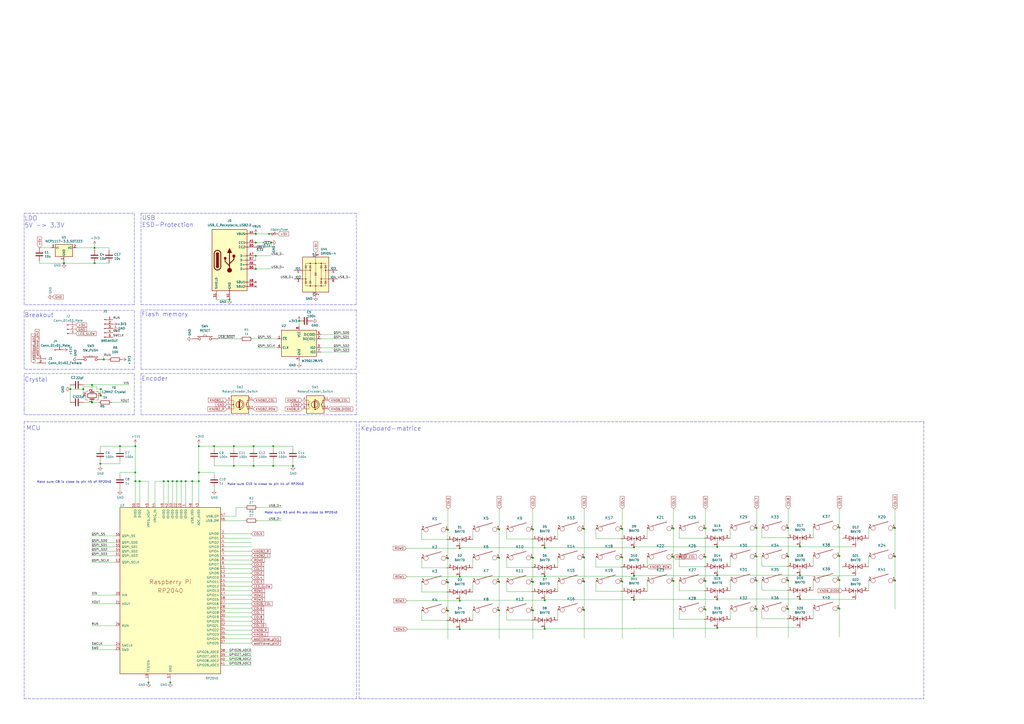
<source format=kicad_sch>
(kicad_sch (version 20211123) (generator eeschema)
  (paper "A2")
  (title_block (title "Rp2040 __template__") (date "2020-12-18") (rev "REV 0.1") (company "scattered_lenity"))
  (junction (at 105.156 279.146))
  (junction (at 486.918 336.55))
  (junction (at 100.076 279.146))
  (junction (at 102.616 279.146))
  (junction (at 148.3868 135.6868))
  (junction (at 78.486 279.146))
  (junction (at 289.56 323.596))
  (junction (at 53.3908 233.426))
  (junction (at 464.058 333.756))
  (junction (at 338.836 353.822))
  (junction (at 158.496 270.256))
  (junction (at 148.3868 148.3868))
  (junction (at 438.912 353.314))
  (junction (at 58.166 268.986))
  (junction (at 133.1468 173.7868))
  (junction (at 40.7924 225.7044))
  (junction (at 124.206 258.826))
  (junction (at 53.3908 223.266))
  (junction (at 115.316 258.826))
  (junction (at 457.2 322.834))
  (junction (at 157.48 140.716))
  (junction (at 107.696 279.146))
  (junction (at 148.3868 140.7668))
  (junction (at 259.842 354.33))
  (junction (at 266.7 318.008))
  (junction (at 315.976 364.744))
  (junction (at 147.066 270.256))
  (junction (at 486.918 322.58))
  (junction (at 464.058 316.992))
  (junction (at 315.976 317.754))
  (junction (at 519.176 336.804))
  (junction (at 519.176 322.834))
  (junction (at 148.3868 156.0068))
  (junction (at 58.4708 229.5144))
  (junction (at 367.792 334.01))
  (junction (at 48.3108 225.7044))
  (junction (at 409.194 306.578))
  (junction (at 438.912 322.834))
  (junction (at 111.506 279.146))
  (junction (at 390.652 323.088))
  (junction (at 115.316 279.146))
  (junction (at 367.792 347.98))
  (junction (at 360.934 306.832))
  (junction (at 315.976 334.264))
  (junction (at 289.56 337.566))
  (junction (at 315.976 348.234))
  (junction (at 486.918 353.06))
  (junction (at 135.636 270.256))
  (junction (at 519.176 306.324))
  (junction (at 259.842 323.85))
  (junction (at 367.792 317.5))
  (junction (at 169.926 270.256))
  (junction (at 60.198 208.534))
  (junction (at 266.7 334.518))
  (junction (at 309.118 323.596))
  (junction (at 338.836 337.312))
  (junction (at 416.052 333.756))
  (junction (at 457.2 353.314))
  (junction (at 86.106 395.9606))
  (junction (at 416.052 317.246))
  (junction (at 37.084 152.654))
  (junction (at 409.194 337.058))
  (junction (at 409.194 323.088))
  (junction (at 309.118 337.566))
  (junction (at 338.836 306.832))
  (junction (at 390.652 306.578))
  (junction (at 135.636 258.826))
  (junction (at 338.836 323.342))
  (junction (at 78.486 274.066))
  (junction (at 259.842 307.34))
  (junction (at 438.912 336.804))
  (junction (at 147.066 258.826))
  (junction (at 98.806 395.9606))
  (junction (at 173.482 186.182))
  (junction (at 97.536 279.146))
  (junction (at 54.864 152.654))
  (junction (at 457.2 336.804))
  (junction (at 289.56 354.076))
  (junction (at 309.118 307.086))
  (junction (at 78.486 258.826))
  (junction (at 416.052 364.236))
  (junction (at 58.4962 225.7044))
  (junction (at 360.934 337.312))
  (junction (at 309.118 354.076))
  (junction (at 156.083 135.6614))
  (junction (at 259.842 337.82))
  (junction (at 438.912 306.324))
  (junction (at 289.56 307.086))
  (junction (at 457.2 306.324))
  (junction (at 69.596 258.826))
  (junction (at 81.026 279.146))
  (junction (at 37.084 152.7556))
  (junction (at 360.934 323.342))
  (junction (at 115.316 274.066))
  (junction (at 486.918 306.07))
  (junction (at 464.058 347.472))
  (junction (at 54.864 143.764))
  (junction (at 390.652 337.058))
  (junction (at 266.7 364.998))
  (junction (at 416.052 347.726))
  (junction (at 158.496 258.826))
  (junction (at 409.194 353.568))
  (junction (at 94.996 279.146))
  (junction (at 53.3908 233.3244))
  (junction (at 266.7 348.488))
  (no_connect (at 148.3868 166.1668))
  (no_connect (at 148.3868 163.6268))
  (wire (pts (xy 236.015 348.488) (xy 266.7 348.488)))
  (wire (pts (xy 409.194 353.568) (xy 409.194 370.078)))
  (wire (pts (xy 309.118 323.596) (xy 309.118 337.566)))
  (wire (pts (xy 58.166 260.096) (xy 58.166 258.826)))
  (wire (pts (xy 441.96 322.834) (xy 441.96 328.422)))
  (wire (pts (xy 130.556 332.486) (xy 145.796 332.486)))
  (wire (pts (xy 244.602 312.928) (xy 259.08 312.928)))
  (wire (pts (xy 416.052 316.992) (xy 416.052 317.246)))
  (wire (pts (xy 130.556 380.746) (xy 145.796 380.746)))
  (wire (pts (xy 156.083 135.6868) (xy 156.083 135.6614)))
  (wire (pts (xy 259.842 307.34) (xy 259.842 323.85)))
  (wire (pts (xy 266.7 364.998) (xy 315.976 364.998)))
  (wire (pts (xy 130.556 340.106) (xy 145.796 340.106)))
  (wire (pts (xy 130.556 373.126) (xy 145.796 373.126)))
  (wire (pts (xy 244.602 343.408) (xy 259.08 343.408)))
  (wire (pts (xy 367.792 334.264) (xy 367.792 334.01)))
  (wire (pts (xy 519.176 295.402) (xy 519.176 306.324)))
  (polyline (pts (xy 206.756 123.698) (xy 81.788 123.698)))
  (wire (pts (xy 345.694 323.342) (xy 345.694 328.93)))
  (wire (pts (xy 44.704 143.764) (xy 54.864 143.764)))
  (wire (pts (xy 186.182 201.676) (xy 202.692 201.676)))
  (wire (pts (xy 86.106 393.446) (xy 86.106 395.9606)))
  (wire (pts (xy 148.336 156.0068) (xy 148.3868 156.0068)))
  (wire (pts (xy 464.058 347.726) (xy 464.058 347.472)))
  (wire (pts (xy 89.916 279.146) (xy 94.996 279.146)))
  (wire (pts (xy 244.602 354.33) (xy 244.602 359.918)))
  (wire (pts (xy 360.934 295.148) (xy 360.934 306.832)))
  (polyline (pts (xy 13.97 214.122) (xy 13.97 180.086)))
  (wire (pts (xy 503.936 336.804) (xy 503.936 342.646)))
  (wire (pts (xy 148.3868 135.6868) (xy 156.083 135.6868)))
  (polyline (pts (xy 206.756 240.538) (xy 206.756 216.662)))
  (polyline (pts (xy 81.788 123.698) (xy 81.788 176.784)))
  (wire (pts (xy 105.156 279.146) (xy 107.696 279.146)))
  (wire (pts (xy 464.058 347.472) (xy 416.052 347.472)))
  (wire (pts (xy 69.596 258.826) (xy 78.486 258.826)))
  (wire (pts (xy 496.316 317.246) (xy 464.058 317.246)))
  (wire (pts (xy 37.084 152.654) (xy 37.084 152.7556)))
  (wire (pts (xy 496.316 334.01) (xy 464.058 334.01)))
  (wire (pts (xy 244.602 323.85) (xy 244.602 329.438)))
  (wire (pts (xy 56.2102 224.282) (xy 48.3108 224.282)))
  (wire (pts (xy 235.966 334.518) (xy 266.7 334.518)))
  (wire (pts (xy 147.066 267.716) (xy 147.066 270.256)))
  (wire (pts (xy 471.678 322.58) (xy 471.678 328.422)))
  (wire (pts (xy 309.118 337.566) (xy 309.118 354.076)))
  (wire (pts (xy 293.878 329.184) (xy 308.356 329.184)))
  (wire (pts (xy 67.056 374.396) (xy 53.086 374.396)))
  (wire (pts (xy 58.166 258.826) (xy 69.596 258.826)))
  (wire (pts (xy 130.556 360.426) (xy 145.796 360.426)))
  (wire (pts (xy 148.3614 148.3868) (xy 148.3868 148.3868)))
  (wire (pts (xy 54.864 152.654) (xy 63.246 152.654)))
  (wire (pts (xy 157.5054 140.716) (xy 157.48 140.716)))
  (wire (pts (xy 345.694 312.42) (xy 360.172 312.42)))
  (wire (pts (xy 423.672 353.314) (xy 423.672 359.156)))
  (wire (pts (xy 289.56 354.076) (xy 289.56 370.586)))
  (wire (pts (xy 503.936 306.324) (xy 503.936 312.166)))
  (wire (pts (xy 124.206 260.096) (xy 124.206 258.826)))
  (wire (pts (xy 519.176 306.324) (xy 519.176 322.834)))
  (wire (pts (xy 289.56 323.596) (xy 289.56 337.566)))
  (wire (pts (xy 98.806 395.9606) (xy 98.806 395.986)))
  (wire (pts (xy 393.954 306.578) (xy 393.954 312.166)))
  (wire (pts (xy 130.556 368.046) (xy 145.796 368.046)))
  (wire (pts (xy 169.926 267.716) (xy 169.926 270.256)))
  (wire (pts (xy 78.486 258.826) (xy 78.486 274.066)))
  (wire (pts (xy 416.052 347.472) (xy 416.052 347.726)))
  (wire (pts (xy 393.954 342.646) (xy 408.432 342.646)))
  (wire (pts (xy 496.316 334.01) (xy 496.316 333.756)))
  (wire (pts (xy 503.936 322.834) (xy 503.936 328.676)))
  (wire (pts (xy 40.7924 223.266) (xy 40.7924 225.7044)))
  (wire (pts (xy 115.316 258.826) (xy 124.206 258.826)))
  (wire (pts (xy 69.596 268.986) (xy 69.596 267.716)))
  (wire (pts (xy 309.118 295.148) (xy 308.864 295.148)))
  (wire (pts (xy 19.304 210.566) (xy 21.59 210.566)))
  (wire (pts (xy 130.556 347.726) (xy 145.796 347.726)))
  (polyline (pts (xy 81.788 176.784) (xy 206.756 176.784)))
  (wire (pts (xy 148.3868 140.716) (xy 148.3868 140.7668)))
  (polyline (pts (xy 77.978 240.538) (xy 13.97 240.538)))
  (wire (pts (xy 130.556 342.646) (xy 145.796 342.646)))
  (wire (pts (xy 338.836 337.312) (xy 338.836 353.822)))
  (wire (pts (xy 58.4708 229.5144) (xy 58.4962 229.5144)))
  (wire (pts (xy 259.842 354.33) (xy 259.842 370.84)))
  (wire (pts (xy 390.652 323.088) (xy 390.652 337.058)))
  (wire (pts (xy 464.058 317.246) (xy 464.058 316.992)))
  (wire (pts (xy 139.192 196.596) (xy 126.492 196.596)))
  (wire (pts (xy 244.602 307.34) (xy 244.602 312.928)))
  (wire (pts (xy 130.556 350.266) (xy 145.796 350.266)))
  (wire (pts (xy 22.86 151.384) (xy 22.86 152.654)))
  (wire (pts (xy 441.96 353.314) (xy 441.96 358.902)))
  (wire (pts (xy 360.934 337.312) (xy 360.934 370.332)))
  (wire (pts (xy 148.3868 153.4668) (xy 148.3868 156.0068)))
  (wire (pts (xy 130.556 365.506) (xy 145.796 365.506)))
  (wire (pts (xy 315.976 334.518) (xy 315.976 334.264)))
  (wire (pts (xy 53.086 345.186) (xy 67.056 345.186)))
  (wire (pts (xy 416.052 333.756) (xy 464.058 333.756)))
  (polyline (pts (xy 81.788 179.832) (xy 206.756 179.832)))
  (wire (pts (xy 323.596 337.312) (xy 323.596 343.154)))
  (wire (pts (xy 438.912 322.834) (xy 438.912 336.804)))
  (wire (pts (xy 78.486 279.146) (xy 78.486 291.846)))
  (wire (pts (xy 315.976 347.98) (xy 315.976 348.234)))
  (polyline (pts (xy 13.97 244.602) (xy 13.97 405.384)))
  (wire (pts (xy 266.7 318.008) (xy 235.712 318.008)))
  (wire (pts (xy 266.7 317.754) (xy 266.7 318.008)))
  (wire (pts (xy 130.556 385.826) (xy 145.796 385.826)))
  (wire (pts (xy 124.206 282.956) (xy 124.206 284.226)))
  (wire (pts (xy 259.842 295.148) (xy 260.096 295.148)))
  (wire (pts (xy 58.4962 225.7044) (xy 56.2102 225.7044)))
  (wire (pts (xy 409.194 337.058) (xy 409.194 353.568)))
  (wire (pts (xy 315.976 364.744) (xy 367.792 364.744)))
  (polyline (pts (xy 77.978 214.122) (xy 13.97 214.122)))
  (wire (pts (xy 130.556 314.706) (xy 145.796 314.706)))
  (wire (pts (xy 130.556 335.026) (xy 145.796 335.026)))
  (wire (pts (xy 293.878 307.086) (xy 293.878 312.674)))
  (wire (pts (xy 457.2 306.324) (xy 457.2 322.834)))
  (wire (pts (xy 441.96 311.912) (xy 456.438 311.912)))
  (wire (pts (xy 338.836 295.148) (xy 338.836 306.832)))
  (wire (pts (xy 186.182 196.596) (xy 202.692 196.596)))
  (wire (pts (xy 393.954 328.676) (xy 408.432 328.676)))
  (polyline (pts (xy 77.978 180.086) (xy 77.978 214.122)))
  (wire (pts (xy 135.636 267.716) (xy 135.636 270.256)))
  (wire (pts (xy 471.678 336.55) (xy 471.678 342.392)))
  (wire (pts (xy 67.056 362.966) (xy 53.086 362.966)))
  (polyline (pts (xy 535.94 244.602) (xy 535.94 405.384)))
  (wire (pts (xy 393.954 353.568) (xy 393.954 359.156)))
  (polyline (pts (xy 206.756 179.832) (xy 206.756 214.122)))
  (wire (pts (xy 130.556 378.206) (xy 145.796 378.206)))
  (wire (pts (xy 136.906 294.386) (xy 141.986 294.386)))
  (wire (pts (xy 56.2102 225.7044) (xy 56.2102 224.282)))
  (wire (pts (xy 48.3108 229.5144) (xy 48.3108 225.7044)))
  (polyline (pts (xy 81.788 240.538) (xy 206.756 240.538)))
  (wire (pts (xy 53.086 317.246) (xy 67.056 317.246)))
  (wire (pts (xy 323.596 353.822) (xy 323.596 359.664)))
  (wire (pts (xy 135.636 270.256) (xy 124.206 270.256)))
  (wire (pts (xy 53.3908 223.266) (xy 74.93 223.266)))
  (wire (pts (xy 53.3908 233.426) (xy 53.3908 233.3244)))
  (wire (pts (xy 135.636 260.096) (xy 135.636 258.826)))
  (wire (pts (xy 86.106 395.9606) (xy 86.106 395.986)))
  (wire (pts (xy 149.606 302.006) (xy 163.576 302.006)))
  (polyline (pts (xy 81.788 216.662) (xy 81.788 240.538)))
  (wire (pts (xy 153.4668 143.3068) (xy 157.5054 143.3068)))
  (wire (pts (xy 124.206 258.826) (xy 135.636 258.826)))
  (wire (pts (xy 94.996 279.146) (xy 97.536 279.146)))
  (wire (pts (xy 244.602 329.438) (xy 259.08 329.438)))
  (wire (pts (xy 338.836 306.832) (xy 338.836 323.342)))
  (wire (pts (xy 86.106 279.146) (xy 81.026 279.146)))
  (wire (pts (xy 115.316 279.146) (xy 115.316 291.846)))
  (wire (pts (xy 486.918 336.55) (xy 486.918 353.06)))
  (wire (pts (xy 78.486 274.066) (xy 78.486 279.146)))
  (wire (pts (xy 48.4124 233.426) (xy 53.3908 233.426)))
  (wire (pts (xy 375.412 306.578) (xy 375.412 312.42)))
  (wire (pts (xy 58.5216 225.7044) (xy 58.4962 225.7044)))
  (wire (pts (xy 94.996 291.846) (xy 94.996 279.146)))
  (wire (pts (xy 69.596 274.066) (xy 78.486 274.066)))
  (wire (pts (xy 416.052 317.246) (xy 367.792 317.246)))
  (wire (pts (xy 416.052 363.982) (xy 416.052 364.236)))
  (wire (pts (xy 37.084 151.384) (xy 37.084 152.654)))
  (wire (pts (xy 115.316 258.826) (xy 115.316 274.066)))
  (wire (pts (xy 125.5268 173.7868) (xy 133.1468 173.7868)))
  (wire (pts (xy 60.198 208.534) (xy 62.992 208.534)))
  (wire (pts (xy 64.77 233.426) (xy 74.93 233.426)))
  (polyline (pts (xy 13.97 237.236) (xy 13.97 216.662)))
  (wire (pts (xy 53.086 314.706) (xy 67.056 314.706)))
  (wire (pts (xy 148.3868 148.3868) (xy 157.2514 148.3868)))
  (wire (pts (xy 58.166 268.986) (xy 58.166 270.256)))
  (wire (pts (xy 124.206 275.336) (xy 124.206 274.066)))
  (wire (pts (xy 457.2 322.834) (xy 457.2 336.804)))
  (wire (pts (xy 158.496 260.096) (xy 158.496 258.826)))
  (polyline (pts (xy 77.978 123.698) (xy 77.978 176.784)))
  (wire (pts (xy 274.32 323.596) (xy 274.32 329.438)))
  (wire (pts (xy 149.352 201.676) (xy 160.782 201.676)))
  (wire (pts (xy 338.836 323.342) (xy 338.836 337.312)))
  (wire (pts (xy 457.2 336.804) (xy 457.2 353.314)))
  (wire (pts (xy 519.176 322.834) (xy 519.176 336.804)))
  (wire (pts (xy 367.792 334.01) (xy 416.052 334.01)))
  (wire (pts (xy 60.198 207.01) (xy 60.198 208.534)))
  (wire (pts (xy 441.96 336.804) (xy 441.96 342.392)))
  (wire (pts (xy 111.506 279.146) (xy 115.316 279.146)))
  (wire (pts (xy 266.7 334.518) (xy 315.976 334.518)))
  (wire (pts (xy 130.556 319.786) (xy 145.796 319.786)))
  (wire (pts (xy 423.672 306.324) (xy 423.672 312.166)))
  (wire (pts (xy 259.842 323.85) (xy 259.842 337.82)))
  (wire (pts (xy 100.076 279.146) (xy 102.616 279.146)))
  (wire (pts (xy 416.052 334.01) (xy 416.052 333.756)))
  (wire (pts (xy 345.694 337.312) (xy 345.694 342.9)))
  (wire (pts (xy 416.052 347.726) (xy 367.792 347.726)))
  (wire (pts (xy 438.912 353.314) (xy 438.912 369.824)))
  (wire (pts (xy 102.616 291.846) (xy 102.616 279.146)))
  (wire (pts (xy 37.084 152.654) (xy 54.864 152.654)))
  (wire (pts (xy 486.918 306.07) (xy 486.918 322.58)))
  (wire (pts (xy 130.556 362.966) (xy 145.796 362.966)))
  (wire (pts (xy 148.3868 148.3868) (xy 148.3868 150.9268)))
  (wire (pts (xy 169.926 260.096) (xy 169.926 258.826)))
  (wire (pts (xy 457.2 353.314) (xy 457.2 369.824)))
  (wire (pts (xy 86.106 291.846) (xy 86.106 279.146)))
  (wire (pts (xy 40.7924 225.7044) (xy 48.3108 225.7044)))
  (wire (pts (xy 375.412 337.058) (xy 375.412 342.9)))
  (wire (pts (xy 464.058 333.756) (xy 464.058 333.502)))
  (wire (pts (xy 107.696 279.146) (xy 111.506 279.146)))
  (wire (pts (xy 360.934 323.342) (xy 360.934 337.312)))
  (wire (pts (xy 111.506 291.846) (xy 111.506 279.146)))
  (wire (pts (xy 259.842 307.34) (xy 259.842 295.148)))
  (wire (pts (xy 149.606 294.386) (xy 163.576 294.386)))
  (wire (pts (xy 136.906 294.386) (xy 136.906 299.466)))
  (wire (pts (xy 409.194 323.088) (xy 409.194 337.058)))
  (wire (pts (xy 393.954 359.156) (xy 408.432 359.156)))
  (wire (pts (xy 100.076 291.846) (xy 100.076 279.146)))
  (wire (pts (xy 89.916 291.846) (xy 89.916 279.146)))
  (wire (pts (xy 22.86 143.764) (xy 29.464 143.764)))
  (wire (pts (xy 58.4962 225.7044) (xy 58.4962 229.5144)))
  (wire (pts (xy 81.026 279.146) (xy 78.486 279.146)))
  (wire (pts (xy 69.596 260.096) (xy 69.596 258.826)))
  (wire (pts (xy 57.15 233.426) (xy 53.3908 233.426)))
  (wire (pts (xy 158.496 267.716) (xy 158.496 270.256)))
  (wire (pts (xy 146.812 196.596) (xy 160.782 196.596)))
  (wire (pts (xy 323.596 306.832) (xy 323.596 312.674)))
  (wire (pts (xy 130.556 309.626) (xy 145.796 309.626)))
  (wire (pts (xy 367.792 317.754) (xy 315.976 317.754)))
  (wire (pts (xy 244.602 359.918) (xy 259.08 359.918)))
  (wire (pts (xy 486.918 353.06) (xy 486.918 369.57)))
  (wire (pts (xy 441.96 342.392) (xy 456.438 342.392)))
  (wire (pts (xy 471.678 306.07) (xy 471.678 311.912)))
  (polyline (pts (xy 13.97 176.784) (xy 13.97 123.698)))
  (wire (pts (xy 315.976 364.998) (xy 315.976 364.744)))
  (wire (pts (xy 309.118 354.076) (xy 309.118 370.586)))
  (wire (pts (xy 274.32 354.076) (xy 274.32 359.918)))
  (wire (pts (xy 115.316 257.556) (xy 115.316 258.826)))
  (wire (pts (xy 309.118 307.086) (xy 309.118 323.596)))
  (polyline (pts (xy 206.756 405.384) (xy 206.756 244.602)))
  (wire (pts (xy 486.918 295.148) (xy 486.918 306.07)))
  (wire (pts (xy 169.926 270.256) (xy 158.496 270.256)))
  (polyline (pts (xy 13.97 123.698) (xy 77.978 123.698)))
  (wire (pts (xy 152.4 140.716) (xy 148.3868 140.716)))
  (wire (pts (xy 393.954 312.166) (xy 408.432 312.166)))
  (wire (pts (xy 390.652 306.578) (xy 390.652 323.088)))
  (wire (pts (xy 309.118 307.086) (xy 309.118 295.148)))
  (wire (pts (xy 54.864 143.764) (xy 54.864 142.494)))
  (polyline (pts (xy 13.97 180.086) (xy 77.978 180.086)))
  (wire (pts (xy 293.878 343.154) (xy 308.356 343.154)))
  (wire (pts (xy 147.066 258.826) (xy 158.496 258.826)))
  (wire (pts (xy 464.058 316.992) (xy 416.052 316.992)))
  (polyline (pts (xy 206.756 244.602) (xy 13.97 244.602)))
  (polyline (pts (xy 208.28 244.602) (xy 535.94 244.602)))
  (wire (pts (xy 315.976 317.754) (xy 266.7 317.754)))
  (wire (pts (xy 289.56 307.086) (xy 289.56 323.596)))
  (wire (pts (xy 53.086 319.786) (xy 67.056 319.786)))
  (wire (pts (xy 54.864 145.034) (xy 54.864 143.764)))
  (wire (pts (xy 40.7924 225.7044) (xy 40.7924 233.426)))
  (wire (pts (xy 293.878 354.076) (xy 293.878 359.664)))
  (wire (pts (xy 393.954 337.058) (xy 393.954 342.646)))
  (wire (pts (xy 367.792 364.744) (xy 367.792 364.49)))
  (wire (pts (xy 107.696 279.146) (xy 107.696 291.846)))
  (wire (pts (xy 315.976 334.264) (xy 367.792 334.264)))
  (wire (pts (xy 67.056 326.136) (xy 53.086 326.136)))
  (wire (pts (xy 236.22 364.998) (xy 266.7 364.998)))
  (wire (pts (xy 130.556 322.326) (xy 145.796 322.326)))
  (wire (pts (xy 105.156 291.846) (xy 105.156 279.146)))
  (wire (pts (xy 186.182 204.216) (xy 202.692 204.216)))
  (wire (pts (xy 438.912 306.324) (xy 438.912 322.834)))
  (wire (pts (xy 173.482 209.296) (xy 173.482 210.566)))
  (wire (pts (xy 464.058 363.982) (xy 416.052 363.982)))
  (wire (pts (xy 289.56 295.148) (xy 289.56 307.086)))
  (polyline (pts (xy 13.97 405.384) (xy 206.756 405.384)))
  (wire (pts (xy 130.556 370.586) (xy 145.796 370.586)))
  (wire (pts (xy 102.616 279.146) (xy 105.156 279.146)))
  (polyline (pts (xy 81.788 214.122) (xy 81.788 179.832)))
  (wire (pts (xy 130.556 345.186) (xy 145.796 345.186)))
  (wire (pts (xy 48.3108 224.282) (xy 48.3108 225.7044)))
  (wire (pts (xy 67.056 376.936) (xy 53.086 376.936)))
  (wire (pts (xy 158.496 258.826) (xy 169.926 258.826)))
  (wire (pts (xy 115.316 274.066) (xy 124.206 274.066)))
  (wire (pts (xy 130.556 302.006) (xy 141.986 302.006)))
  (wire (pts (xy 367.792 317.246) (xy 367.792 317.5)))
  (wire (pts (xy 274.32 337.566) (xy 274.32 343.408)))
  (wire (pts (xy 293.878 337.566) (xy 293.878 343.154)))
  (wire (pts (xy 441.96 306.324) (xy 441.96 311.912)))
  (wire (pts (xy 97.536 279.146) (xy 100.076 279.146)))
  (wire (pts (xy 409.194 306.578) (xy 409.194 323.088)))
  (wire (pts (xy 130.556 312.166) (xy 145.796 312.166)))
  (wire (pts (xy 98.806 393.446) (xy 98.806 395.9606)))
  (wire (pts (xy 367.792 364.49) (xy 416.052 364.49)))
  (wire (pts (xy 130.556 352.806) (xy 145.796 352.806)))
  (wire (pts (xy 390.652 337.058) (xy 390.652 370.078)))
  (wire (pts (xy 69.596 275.336) (xy 69.596 274.066)))
  (wire (pts (xy 293.878 323.596) (xy 293.878 329.184)))
  (wire (pts (xy 78.486 257.556) (xy 78.486 258.826)))
  (polyline (pts (xy 206.756 176.784) (xy 206.756 123.698)))
  (wire (pts (xy 441.96 328.422) (xy 456.438 328.422)))
  (wire (pts (xy 130.556 327.406) (xy 145.796 327.406)))
  (polyline (pts (xy 13.97 216.662) (xy 77.978 216.662)))
  (wire (pts (xy 360.934 306.832) (xy 360.934 323.342)))
  (wire (pts (xy 130.556 383.286) (xy 145.796 383.286)))
  (wire (pts (xy 367.792 347.98) (xy 315.976 347.98)))
  (wire (pts (xy 345.694 328.93) (xy 360.172 328.93)))
  (wire (pts (xy 244.602 337.82) (xy 244.602 343.408)))
  (wire (pts (xy 63.246 143.764) (xy 54.864 143.764)))
  (wire (pts (xy 124.206 267.716) (xy 124.206 270.256)))
  (wire (pts (xy 130.556 337.566) (xy 145.796 337.566)))
  (wire (pts (xy 464.058 334.01) (xy 464.058 333.756)))
  (wire (pts (xy 63.246 145.034) (xy 63.246 143.764)))
  (wire (pts (xy 345.694 342.9) (xy 360.172 342.9)))
  (wire (pts (xy 69.596 282.956) (xy 69.596 284.226)))
  (wire (pts (xy 416.052 364.236) (xy 416.052 364.49)))
  (wire (pts (xy 130.556 299.466) (xy 136.906 299.466)))
  (wire (pts (xy 423.672 322.834) (xy 423.672 328.676)))
  (wire (pts (xy 486.918 322.58) (xy 486.918 336.55)))
  (wire (pts (xy 457.2 295.148) (xy 457.2 306.324)))
  (wire (pts (xy 81.026 291.846) (xy 81.026 279.146)))
  (wire (pts (xy 496.316 347.726) (xy 464.058 347.726)))
  (wire (pts (xy 157.5054 143.3068) (xy 157.5054 140.716)))
  (wire (pts (xy 367.792 317.5) (xy 367.792 317.754)))
  (wire (pts (xy 148.3868 156.0068) (xy 157.226 156.0068)))
  (wire (pts (xy 115.316 274.066) (xy 115.316 279.146)))
  (wire (pts (xy 130.556 324.866) (xy 145.796 324.866)))
  (wire (pts (xy 147.066 260.096) (xy 147.066 258.826)))
  (wire (pts (xy 315.976 348.234) (xy 266.7 348.234)))
  (wire (pts (xy 519.176 336.804) (xy 519.176 353.314)))
  (wire (pts (xy 173.482 186.182) (xy 173.482 188.976)))
  (polyline (pts (xy 77.978 216.662) (xy 77.978 240.538)))
  (wire (pts (xy 338.836 353.822) (xy 338.836 370.332)))
  (wire (pts (xy 409.194 295.148) (xy 409.194 306.578)))
  (wire (pts (xy 130.556 317.246) (xy 145.796 317.246)))
  (wire (pts (xy 130.556 355.346) (xy 145.796 355.346)))
  (wire (pts (xy 266.7 348.234) (xy 266.7 348.488)))
  (wire (pts (xy 53.086 322.326) (xy 67.056 322.326)))
  (polyline (pts (xy 208.28 405.384) (xy 535.94 405.384)))
  (wire (pts (xy 274.32 307.086) (xy 274.32 312.928)))
  (wire (pts (xy 438.912 295.148) (xy 438.912 306.324)))
  (wire (pts (xy 58.166 268.986) (xy 69.596 268.986)))
  (wire (pts (xy 67.056 350.266) (xy 53.086 350.266)))
  (polyline (pts (xy 13.97 237.236) (xy 13.97 240.538)))
  (wire (pts (xy 97.536 291.846) (xy 97.536 279.146)))
  (wire (pts (xy 393.954 323.088) (xy 393.954 328.676)))
  (wire (pts (xy 158.496 270.256) (xy 147.066 270.256)))
  (wire (pts (xy 53.3908 223.266) (xy 53.3908 225.7044)))
  (polyline (pts (xy 206.756 214.122) (xy 81.788 214.122)))
  (wire (pts (xy 130.556 329.946) (xy 145.796 329.946)))
  (wire (pts (xy 22.86 152.654) (xy 37.084 152.654)))
  (wire (pts (xy 48.4124 223.266) (xy 53.3908 223.266)))
  (polyline (pts (xy 77.978 176.784) (xy 13.97 176.784)))
  (wire (pts (xy 259.842 337.82) (xy 259.842 354.33)))
  (wire (pts (xy 471.678 353.06) (xy 471.678 358.902)))
  (wire (pts (xy 293.878 359.664) (xy 308.356 359.664)))
  (wire (pts (xy 130.556 357.886) (xy 145.796 357.886)))
  (wire (pts (xy 438.912 336.804) (xy 438.912 353.314)))
  (wire (pts (xy 375.412 323.088) (xy 375.412 328.93)))
  (wire (pts (xy 58.166 267.716) (xy 58.166 268.986)))
  (wire (pts (xy 186.182 194.056) (xy 202.692 194.056)))
  (wire (pts (xy 135.636 258.826) (xy 147.066 258.826)))
  (wire (pts (xy 345.694 306.832) (xy 345.694 312.42)))
  (polyline (pts (xy 208.28 405.384) (xy 208.28 244.602)))
  (polyline (pts (xy 81.788 216.662) (xy 206.756 216.662)))
  (wire (pts (xy 441.96 358.902) (xy 456.438 358.902)))
  (wire (pts (xy 293.878 312.674) (xy 308.356 312.674)))
  (wire (pts (xy 390.652 295.148) (xy 390.652 306.578)))
  (wire (pts (xy 289.56 337.566) (xy 289.56 354.076)))
  (wire (pts (xy 423.672 336.804) (xy 423.672 342.646)))
  (wire (pts (xy 67.056 310.896) (xy 53.086 310.896)))
  (wire (pts (xy 323.596 323.342) (xy 323.596 329.184)))
  (wire (pts (xy 147.066 270.256) (xy 135.636 270.256)))
  (wire (pts (xy 367.792 347.726) (xy 367.792 347.98)))
  (text "Crystal" (at 14.224 221.742 0) (effects (font (size 2.54 2.54)) (justify left bottom)))
  (text "USB	\nESD-Protection" (at 82.296 132.08 0) (effects (font (size 2.54 2.54)) (justify left bottom)))
  (text "MCU" (at 15.24 249.936 0) (effects (font (size 2.54 2.54)) (justify left bottom)))
  (text "Flash memory\n" (at 82.042 183.896 0) (effects (font (size 2.54 2.54)) (justify left bottom)))
  (text "Breakout\n" (at 14.224 184.404 0) (effects (font (size 2.54 2.54)) (justify left bottom)))
  (text "LDO\n5V -> 3.3V" (at 14.224 132.334 0) (effects (font (size 2.54 2.54)) (justify left bottom)))
  (text "Make sure R3 and R4 are close to RP2040" (at 153.416 298.196 0) (effects (font (size 1.27 1.27)) (justify left bottom)))
  (text "Make sure C8 is close to pin 45 of RP2040" (at 21.336 280.416 0) (effects (font (size 1.27 1.27)) (justify left bottom)))
  (text "Keyboard-matrice" (at 209.296 250.19 0) (effects (font (size 2.54 2.54)) (justify left bottom)))
  (text "Make sure C10 is close to pin 44 of RP2040" (at 131.826 281.686 0) (effects (font (size 1.27 1.27)) (justify left bottom)))
  (text "Encoder\n" (at 82.042 221.234 0) (effects (font (size 2.54 2.54)) (justify left bottom)))
  (label "RUN" (at 65.532 185.42 0))
  (label "QSPI_SD2" (at 202.692 201.676 180))
  (label "XIN" (at 53.086 345.186 0))
  (label "USB_D-" (at 163.576 302.006 180))
  (label "GPIO26_ADC0" (at 145.796 378.206 180))
  (label "QSPI_SD2" (at 53.086 319.786 0))
  (label "QSPI_SS" (at 149.352 196.596 0))
  (label "SWCLK" (at 53.086 374.396 0))
  (label "GPIO27_ADC1" (at 145.796 380.746 180))
  (label "SWD" (at 65.532 193.04 0))
  (label "USB_D+" (at 170.434 161.798 180))
  (label "~{USB_BOOT}" (at 126.492 196.596 0))
  (label "QSPI_SD0" (at 53.086 314.706 0))
  (label "USB_D-" (at 157.2514 148.3868 0))
  (label "XIN" (at 74.93 223.266 180))
  (label "RUN" (at 53.086 362.966 0))
  (label "SWD" (at 53.086 376.936 0))
  (label "QSPI_SCLK" (at 149.352 201.676 0))
  (label "XOUT" (at 74.93 233.426 180))
  (label "USB_D+" (at 163.576 294.386 180))
  (label "RUN" (at 60.198 207.01 0))
  (label "QSPI_SD0" (at 202.692 194.056 180))
  (label "USB_D+" (at 157.226 156.0068 0))
  (label "QSPI_SCLK" (at 53.086 326.136 0))
  (label "QSPI_SS" (at 53.086 310.896 0))
  (label "USB_D-" (at 195.834 161.798 0))
  (label "QSPI_SD1" (at 202.692 196.596 180))
  (label "GPIO29_ADC3" (at 145.796 385.826 180))
  (label "QSPI_SD1" (at 53.086 317.246 0))
  (label "QSPI_SD3" (at 202.692 204.216 180))
  (label "GPIO28_ADC2" (at 145.796 383.286 180))
  (label "SWCLK" (at 65.532 195.58 0))
  (label "XOUT" (at 53.086 350.266 0))
  (label "QSPI_SD3" (at 53.086 322.326 0))
  (global_label "GND" (shape input) (at 43.942 191.008 0) (property "Intersheet References" "${INTERSHEET_REFS}" (effects hide)))
  (global_label "COL1" (shape input) (at 289.56 295.148 90) (property "Intersheet References" "${INTERSHEET_REFS}" (effects hide)))
  (global_label "COL0" (shape input) (at 260.096 295.148 90) (property "Intersheet References" "${INTERSHEET_REFS}" (effects hide)))
  (global_label "ROW2" (shape input) (at 236.015 348.488 180) (property "Intersheet References" "${INTERSHEET_REFS}" (effects hide)))
  (global_label "KNOB_L" (shape input) (at 175.26 232.156 180) (property "Intersheet References" "${INTERSHEET_REFS}" (effects hide)))
  (global_label "ROW3" (shape input) (at 145.796 347.726 0) (property "Intersheet References" "${INTERSHEET_REFS}" (effects hide)))
  (global_label "ROW3" (shape input) (at 236.22 364.998 180) (property "Intersheet References" "${INTERSHEET_REFS}" (effects hide)))
  (global_label "KNOB2_R" (shape input) (at 131.572 237.236 180) (property "Intersheet References" "${INTERSHEET_REFS}" (effects hide)))
  (global_label "ROW1" (shape input) (at 145.796 342.646 0) (property "Intersheet References" "${INTERSHEET_REFS}" (effects hide)))
  (global_label "additional_pin2" (shape input) (at 145.796 373.126 0) (property "Intersheet References" "${INTERSHEET_REFS}" (effects hide)))
  (global_label "COL2" (shape input) (at 145.796 332.486 0) (property "Intersheet References" "${INTERSHEET_REFS}" (effects hide)))
  (global_label "COL3" (shape input) (at 145.796 337.566 0) (property "Intersheet References" "${INTERSHEET_REFS}" (effects hide)))
  (global_label "COL4" (shape input) (at 145.796 335.026 0) (property "Intersheet References" "${INTERSHEET_REFS}" (effects hide)))
  (global_label "additional_pin1" (shape input) (at 19.304 210.566 90) (property "Intersheet References" "${INTERSHEET_REFS}" (effects hide)))
  (global_label "COL10" (shape input) (at 145.796 362.966 0) (property "Intersheet References" "${INTERSHEET_REFS}" (effects hide)))
  (global_label "COL7" (shape input) (at 145.796 355.346 0) (property "Intersheet References" "${INTERSHEET_REFS}" (effects hide)))
  (global_label "COL7" (shape input) (at 438.912 295.148 90) (property "Intersheet References" "${INTERSHEET_REFS}" (effects hide)))
  (global_label "+5V" (shape input) (at 43.942 188.468 0) (property "Intersheet References" "${INTERSHEET_REFS}" (effects hide)))
  (global_label "COL8" (shape input) (at 457.2 295.16 90) (property "Intersheet References" "${INTERSHEET_REFS}" (effects hide)))
  (global_label "ROW1" (shape input) (at 235.966 334.518 180) (property "Intersheet References" "${INTERSHEET_REFS}" (effects hide)))
  (global_label "KNOB2_L" (shape input) (at 145.796 322.326 0) (property "Intersheet References" "${INTERSHEET_REFS}" (effects hide)))
  (global_label "+5V" (shape input) (at 22.86 143.764 90) (property "Intersheet References" "${INTERSHEET_REFS}" (effects hide)))
  (global_label "GND" (shape input) (at 175.26 234.696 180) (property "Intersheet References" "${INTERSHEET_REFS}" (effects hide)))
  (global_label "LED_GLOW" (shape input) (at 43.942 193.548 0) (property "Intersheet References" "${INTERSHEET_REFS}" (effects hide)))
  (global_label "COL10" (shape input) (at 519.176 295.402 90) (property "Intersheet References" "${INTERSHEET_REFS}" (effects hide)))
  (global_label "ROW0" (shape input) (at 145.796 324.866 0) (property "Intersheet References" "${INTERSHEET_REFS}" (effects hide)))
  (global_label "KNOB_DIODE" (shape input) (at 488.696 342.646 180) (property "Intersheet References" "${INTERSHEET_REFS}" (effects hide)))
  (global_label "+5V" (shape input) (at 183.134 146.558 90) (property "Intersheet References" "${INTERSHEET_REFS}" (effects hide)))
  (global_label "COL6" (shape input) (at 409.194 295.1714 90) (property "Intersheet References" "${INTERSHEET_REFS}" (effects hide)))
  (global_label "KNOB2_ROW" (shape input) (at 375.412 328.7916 0) (property "Intersheet References" "${INTERSHEET_REFS}" (effects hide)))
  (global_label "ROW0" (shape input) (at 235.712 318.008 180) (property "Intersheet References" "${INTERSHEET_REFS}" (effects hide)))
  (global_label "GND" (shape input) (at 131.572 234.696 180) (property "Intersheet References" "${INTERSHEET_REFS}" (effects hide)))
  (global_label "COL4" (shape input) (at 360.934 295.148 90) (property "Intersheet References" "${INTERSHEET_REFS}" (effects hide)))
  (global_label "KNOB_COL" (shape input) (at 190.5 232.156 0) (property "Intersheet References" "${INTERSHEET_REFS}" (effects hide)))
  (global_label "GND" (shape input) (at 30.48 172.212 0) (property "Intersheet References" "${INTERSHEET_REFS}" (effects hide)))
  (global_label "+5V" (shape input) (at 161.163 135.6614 0) (property "Intersheet References" "${INTERSHEET_REFS}" (effects hide)))
  (global_label "KNOB_DIODE" (shape input) (at 190.5 237.236 0) (property "Intersheet References" "${INTERSHEET_REFS}" (effects hide)))
  (global_label "COL2" (shape input) (at 309.118 295.1791 90) (property "Intersheet References" "${INTERSHEET_REFS}" (effects hide)))
  (global_label "KNOB2_COL" (shape input) (at 390.652 323.0493 0) (property "Intersheet References" "${INTERSHEET_REFS}" (effects hide)))
  (global_label "additional_pin2" (shape input) (at 21.59 208.026 90) (property "Intersheet References" "${INTERSHEET_REFS}" (effects hide)))
  (global_label "KNOB2_ROW" (shape input) (at 146.812 237.236 0) (property "Intersheet References" "${INTERSHEET_REFS}" (effects hide)))
  (global_label "LED_GLOW" (shape input) (at 145.796 340.106 0) (property "Intersheet References" "${INTERSHEET_REFS}" (effects hide)))
  (global_label "KNOB2_L" (shape input) (at 131.572 232.156 180) (property "Intersheet References" "${INTERSHEET_REFS}" (effects hide)))
  (global_label "COL3" (shape input) (at 338.836 295.148 90) (property "Intersheet References" "${INTERSHEET_REFS}" (effects hide)))
  (global_label "KNOB_R" (shape input) (at 175.26 237.236 180) (property "Intersheet References" "${INTERSHEET_REFS}" (effects hide)))
  (global_label "COL6" (shape input) (at 145.796 352.806 0) (property "Intersheet References" "${INTERSHEET_REFS}" (effects hide)))
  (global_label "COL0" (shape input) (at 145.796 327.406 0) (property "Intersheet References" "${INTERSHEET_REFS}" (effects hide)))
  (global_label "KNOB_R" (shape input) (at 145.796 365.506 0) (property "Intersheet References" "${INTERSHEET_REFS}" (effects hide)))
  (global_label "additional_pin1" (shape input) (at 145.796 370.586 0) (property "Intersheet References" "${INTERSHEET_REFS}" (effects hide)))
  (global_label "COL9" (shape input) (at 486.918 295.148 90) (property "Intersheet References" "${INTERSHEET_REFS}" (effects hide)))
  (global_label "KNOB2_COL" (shape input) (at 146.812 232.156 0) (property "Intersheet References" "${INTERSHEET_REFS}" (effects hide)))
  (global_label "COL9" (shape input) (at 145.796 360.426 0) (property "Intersheet References" "${INTERSHEET_REFS}" (effects hide)))
  (global_label "COL5" (shape input) (at 145.796 309.626 0) (property "Intersheet References" "${INTERSHEET_REFS}" (effects hide)))
  (global_label "COL8" (shape input) (at 145.796 357.886 0) (property "Intersheet References" "${INTERSHEET_REFS}" (effects hide)))
  (global_label "COL1" (shape input) (at 145.796 329.946 0) (property "Intersheet References" "${INTERSHEET_REFS}" (effects hide)))
  (global_label "KNOB_COL" (shape input) (at 145.796 350.266 0) (property "Intersheet References" "${INTERSHEET_REFS}" (effects hide)))
  (global_label "KNOB2_R" (shape input) (at 145.796 319.786 0) (property "Intersheet References" "${INTERSHEET_REFS}" (effects hide)))
  (global_label "COL5" (shape input) (at 390.652 295.148 90) (property "Intersheet References" "${INTERSHEET_REFS}" (effects hide)))
  (global_label "ROW2" (shape input) (at 145.796 345.186 0) (property "Intersheet References" "${INTERSHEET_REFS}" (effects hide)))
  (global_label "KNOB_L" (shape input) (at 145.796 368.046 0) (property "Intersheet References" "${INTERSHEET_REFS}" (effects hide)))
  (symbol (lib_id "Device:C") (at 44.6024 223.266 270) (unit 1)
    (property "Reference" "C2" (at 41.0972 218.9988 90) (effects (justify left)))
    (property "Value" "22pf" (at 43.942 219.2528 90) (effects (justify left)))
    (property "Footprint" "Capacitor_SMD:C_0805_2012Metric" (effects hide))
    (property "LCSC" "C1804" (effects hide))
  )
  (symbol (lib_id "Device:C") (at 44.6024 233.426 270) (unit 1)
    (property "Reference" "C3" (at 42.0878 230.2256 90) (effects (justify left)))
    (property "Value" "22pf" (at 44.6278 230.124 90) (effects (justify left)))
    (property "Footprint" "Capacitor_SMD:C_0805_2012Metric" (effects hide))
    (property "LCSC" "C1804" (effects hide))
  )
  (symbol (lib_id "power:GND") (at 40.7924 225.7044 270) (unit 1)
    (property "Reference" "#PWR06" (effects hide))
    (property "Value" "GND" (at 36.3982 225.8314 0))
  )
  (symbol (lib_id "Memory_Flash:W25Q128JVS") (at 173.482 199.136 0) (unit 1)
    (property "Reference" "U2" (at 164.592 188.976 0))
    (property "Value" "W25Q128JVS" (at 181.102 209.296 0))
    (property "Footprint" "Package_SO:SOIC-8_5.23x5.23mm_P1.27mm" (effects hide))
    (property "Datasheet" "http://www.winbond.com/resource-files/w25q128jv_dtr%20revc%2003272018%20plus.pdf" (effects hide))
    (property "LCSC" "C97521" (effects hide))
  )
  (symbol (lib_id "power:+3V3") (at 173.482 186.182 0) (unit 1)
    (property "Reference" "#PWR07" (effects hide))
    (property "Value" "+3V3" (at 169.926 186.182 0))
  )
  (symbol (lib_id "power:GND") (at 173.482 210.566 0) (unit 1)
    (property "Reference" "#PWR08" (effects hide))
    (property "Value" "GND" (at 169.672 211.836 0))
  )
  (symbol (lib_id "Device:R") (at 143.002 196.596 270) (unit 1)
    (property "Reference" "R1" (at 143.002 191.3382 90))
    (property "Value" "1k" (at 143.002 193.6496 90))
    (property "Footprint" "Resistor_SMD:R_0805_2012Metric" (effects hide))
    (property "LCSC" "C115316" (effects hide))
  )
  (symbol (lib_id "Device:C") (at 177.292 186.182 90) (unit 1)
    (property "Reference" "C5" (at 180.594 181.102 90) (effects (justify left)))
    (property "Value" "100n" (at 183.134 183.388 90) (effects (justify left)))
    (property "Footprint" "Capacitor_SMD:C_0805_2012Metric" (effects hide))
    (property "LCSC" "C49678" (effects hide))
  )
  (symbol (lib_id "power:GND") (at 181.102 186.182 90) (unit 1)
    (property "Reference" "#PWR011" (effects hide))
    (property "Value" "GND" (at 182.626 188.722 90))
  )
  (symbol (lib_id "Regulator_Linear:NCP1117-3.3_SOT223") (at 37.084 143.764 0) (unit 1)
    (property "Reference" "U1" (at 37.084 137.6172 0))
    (property "Value" "NCP1117-3.3_SOT223" (at 37.084 139.9286 0))
    (property "Footprint" "Package_TO_SOT_SMD:SOT-223-3_TabPin2" (effects hide))
    (property "Datasheet" "http://www.onsemi.com/pub_link/Collateral/NCP1117-D.PDF" (effects hide))
    (property "LCSC" "C26537" (effects hide))
  )
  (symbol (lib_id "power:VBUS") (at 148.3868 135.6868 0) (unit 1)
    (property "Reference" "#PWR03" (effects hide))
    (property "Value" "VBUS" (at 148.7678 131.2926 0))
  )
  (symbol (lib_id "power:GND") (at 37.084 152.654 0) (unit 1)
    (property "Reference" "#PWR05" (effects hide))
    (property "Value" "GND" (at 33.274 153.924 0))
  )
  (symbol (lib_id "power:+3V3") (at 54.864 142.494 0) (unit 1)
    (property "Reference" "#PWR09" (effects hide))
    (property "Value" "+3V3" (at 55.245 138.0998 0))
  )
  (symbol (lib_id "Device:C") (at 22.86 147.574 0) (unit 1)
    (property "Reference" "C1" (at 25.781 146.4056 0) (effects (justify left)))
    (property "Value" "10u" (at 25.781 148.717 0) (effects (justify left)))
    (property "Footprint" "Capacitor_SMD:C_0805_2012Metric" (effects hide))
    (property "LCSC" "C91245" (effects hide))
  )
  (symbol (lib_id "Device:C") (at 54.864 148.844 0) (unit 1)
    (property "Reference" "C4" (at 57.785 147.6756 0) (effects (justify left)))
    (property "Value" "10u" (at 57.785 149.987 0) (effects (justify left)))
    (property "Footprint" "Capacitor_SMD:C_0805_2012Metric" (effects hide))
    (property "LCSC" "C91245" (effects hide))
  )
  (symbol (lib_id "Device:R") (at 60.96 233.426 270) (unit 1)
    (property "Reference" "R5" (at 59.3852 235.712 90))
    (property "Value" "1k" (at 60.96 230.4796 90))
    (property "Footprint" "Resistor_SMD:R_0805_2012Metric" (effects hide))
    (property "LCSC" "C115316" (effects hide))
  )
  (symbol (lib_id "Device:C") (at 63.246 148.844 0) (unit 1)
    (property "Reference" "C17" (at 66.167 147.6756 0) (effects (justify left)))
    (property "Value" "10u" (at 66.167 149.987 0) (effects (justify left)))
    (property "Footprint" "Capacitor_SMD:C_0805_2012Metric" (effects hide))
    (property "LCSC" "C91245" (effects hide))
  )
  (symbol (lib_id "keyboard_parts:KEYSW") (at 383.032 306.578 0) (unit 1)
    (property "Reference" "K21" (at 383.032 300.1518 0) (effects (font (size 1.524 1.524))))
    (property "Value" "KEYSW" (effects hide))
    (property "Footprint" "Keebio-Parts:MX-Alps-Choc-1U-NoLED" (effects hide))
  )
  (symbol (lib_id "Diode:BAV70") (at 416.052 342.646 0) (unit 1)
    (property "Reference" "D15" (at 416.052 335.534 0))
    (property "Value" "BAV70" (at 416.052 338.074 0))
    (property "Footprint" "Package_TO_SOT_SMD:SOT-23" (effects hide))
    (property "Datasheet" "https://assets.nexperia.com/documents/data-sheet/BAV70_SER.pdf" (effects hide))
    (property "LCSC" "C68978" (effects hide))
  )
  (symbol (lib_id "keyboard_parts:KEYSW") (at 301.498 337.566 0) (unit 1)
    (property "Reference" "K11" (at 301.498 331.1398 0) (effects (font (size 1.524 1.524))))
    (property "Value" "KEYSW" (effects hide))
    (property "Footprint" "Keebio-Parts:MX-Alps-Choc-1U-NoLED" (effects hide))
  )
  (symbol (lib_id "Device:R") (at 145.796 302.006 270) (unit 1)
    (property "Reference" "R3" (at 145.796 296.7482 90))
    (property "Value" "27" (at 145.796 299.0596 90))
    (property "Footprint" "Resistor_SMD:R_0805_2012Metric" (effects hide))
    (property "LCSC" "C104170" (effects hide))
  )
  (symbol (lib_id "power:GND") (at 30.48 172.212 270) (unit 1)
    (property "Reference" "#PWR0109" (effects hide))
    (property "Value" "GND" (at 29.21 168.402 0))
  )
  (symbol (lib_id "keyboard_parts:KEYSW") (at 511.556 306.324 0) (unit 1)
    (property "Reference" "K20" (at 511.556 299.8978 0) (effects (font (size 1.524 1.524))))
    (property "Value" "KEYSW" (effects hide))
    (property "Footprint" "Keebio-Parts:MX-Alps-Choc-1U-NoLED" (effects hide))
  )
  (symbol (lib_id "keyboard_parts:KEYSW") (at 252.222 337.82 0) (unit 1)
    (property "Reference" "K3" (at 252.222 331.3938 0) (effects (font (size 1.524 1.524))))
    (property "Value" "KEYSW" (effects hide))
    (property "Footprint" "Keebio-Parts:MX-Alps-Choc-1U-NoLED" (effects hide))
  )
  (symbol (lib_id "Diode:BAV70") (at 315.976 329.184 0) (mirror y) (unit 1)
    (property "Reference" "D6" (at 315.976 322.326 0))
    (property "Value" "BAV70" (at 315.976 324.866 0))
    (property "Footprint" "Package_TO_SOT_SMD:SOT-23" (effects hide))
    (property "Datasheet" "https://assets.nexperia.com/documents/data-sheet/BAV70_SER.pdf" (effects hide))
    (property "LCSC" "C68978" (effects hide))
  )
  (symbol (lib_id "keyboard_parts:KEYSW") (at 479.298 322.58 0) (unit 1)
    (property "Reference" "K38" (at 479.298 316.1538 0) (effects (font (size 1.524 1.524))))
    (property "Value" "KEYSW" (effects hide))
    (property "Footprint" "Keebio-Parts:MX-Alps-Choc-1U-NoLED" (effects hide))
  )
  (symbol (lib_id "Device:C") (at 158.496 263.906 0) (unit 1)
    (property "Reference" "C13" (at 161.417 262.7376 0) (effects (justify left)))
    (property "Value" "100n" (at 161.417 265.049 0) (effects (justify left)))
    (property "Footprint" "Capacitor_SMD:C_0805_2012Metric" (effects hide))
    (property "LCSC" "C49678" (effects hide))
  )
  (symbol (lib_id "Diode:BAV70") (at 367.792 342.9 0) (unit 1)
    (property "Reference" "D11" (at 367.792 335.788 0))
    (property "Value" "BAV70" (at 367.792 338.328 0))
    (property "Footprint" "Package_TO_SOT_SMD:SOT-23" (effects hide))
    (property "Datasheet" "https://assets.nexperia.com/documents/data-sheet/BAV70_SER.pdf" (effects hide))
    (property "LCSC" "C68978" (effects hide))
  )
  (symbol (lib_id "keyboard_parts:KEYSW") (at 449.58 322.834 0) (unit 1)
    (property "Reference" "K34" (at 449.58 316.4078 0) (effects (font (size 1.524 1.524))))
    (property "Value" "KEYSW" (effects hide))
    (property "Footprint" "Keebio-Parts:MX-Alps-Choc-1U-NoLED" (effects hide))
  )
  (symbol (lib_id "Diode:BAV70") (at 315.976 359.664 0) (mirror y) (unit 1)
    (property "Reference" "D8" (at 315.976 352.806 0))
    (property "Value" "BAV70" (at 315.976 355.346 0))
    (property "Footprint" "Package_TO_SOT_SMD:SOT-23" (effects hide))
    (property "Datasheet" "https://assets.nexperia.com/documents/data-sheet/BAV70_SER.pdf" (effects hide))
    (property "LCSC" "C68978" (effects hide))
  )
  (symbol (lib_id "keyboard_parts:KEYSW") (at 449.58 336.804 0) (unit 1)
    (property "Reference" "K35" (at 449.58 330.3778 0) (effects (font (size 1.524 1.524))))
    (property "Value" "KEYSW" (effects hide))
    (property "Footprint" "Keebio-Parts:MX-Alps-Choc-1U-NoLED" (effects hide))
  )
  (symbol (lib_id "keyboard_parts:KEYSW") (at 511.556 336.804 0) (unit 1)
    (property "Reference" "K41" (at 511.556 330.3778 0) (effects (font (size 1.524 1.524))))
    (property "Value" "KEYSW" (effects hide))
    (property "Footprint" "Keebio-Parts:MX-Alps-Choc-1U-NoLED" (effects hide))
  )
  (symbol (lib_id "Diode:BAV70") (at 416.052 328.676 0) (mirror y) (unit 1)
    (property "Reference" "D14" (at 416.052 322.326 0))
    (property "Value" "BAV70" (at 416.052 324.866 0))
    (property "Footprint" "Package_TO_SOT_SMD:SOT-23" (effects hide))
    (property "Datasheet" "https://assets.nexperia.com/documents/data-sheet/BAV70_SER.pdf" (effects hide))
    (property "LCSC" "C68978" (effects hide))
  )
  (symbol (lib_id "Device:RotaryEncoder_Switch") (at 139.192 234.696 0) (unit 1)
    (property "Reference" "SW2" (at 139.192 224.536 0))
    (property "Value" "RotaryEncoder_Switch" (at 139.192 227.076 0))
    (property "Footprint" "Keebio-Parts:RotaryEncoder_EC11" (effects hide))
  )
  (symbol (lib_id "Device:R_Small") (at 154.94 140.716 90) (unit 1)
    (property "Reference" "R7" (at 154.9908 140.7922 90))
    (property "Value" "5.1k" (at 154.9146 142.494 90))
    (property "Footprint" "Resistor_SMD:R_0805_2012Metric" (effects hide))
    (property "LCSC" "C27834" (effects hide))
  )
  (symbol (lib_id "Device:C") (at 135.636 263.906 0) (unit 1)
    (property "Reference" "C11" (at 138.557 262.7376 0) (effects (justify left)))
    (property "Value" "100n" (at 138.557 265.049 0) (effects (justify left)))
    (property "Footprint" "Capacitor_SMD:C_0805_2012Metric" (effects hide))
    (property "LCSC" "C49678" (effects hide))
  )
  (symbol (lib_id "Diode:BAV70") (at 464.058 311.912 0) (unit 1)
    (property "Reference" "D17" (at 464.058 304.8 0))
    (property "Value" "BAV70" (at 464.058 307.34 0))
    (property "Footprint" "Package_TO_SOT_SMD:SOT-23" (effects hide))
    (property "Datasheet" "https://assets.nexperia.com/documents/data-sheet/BAV70_SER.pdf" (effects hide))
    (property "LCSC" "C68978" (effects hide))
  )
  (symbol (lib_id "Connector:USB_C_Receptacle_USB2.0") (at 133.1468 150.9268 0) (unit 1)
    (property "Reference" "J0" (at 133.1468 128.0414 0))
    (property "Value" "USB_C_Receptacle_USB2.0" (at 133.1468 130.5814 0))
    (property "Footprint" "Connector_USB:USB_C_Receptacle_HRO_TYPE-C-31-M-12" (effects hide))
    (property "Datasheet" "https://www.usb.org/sites/default/files/documents/usb_type-c.zip" (effects hide))
    (property "LCSC" "C165948" (effects hide))
  )
  (symbol (lib_id "Device:R") (at 66.802 208.534 90) (unit 1)
    (property "Reference" "R8" (at 66.802 201.676 90))
    (property "Value" "10K" (at 66.802 204.216 90))
    (property "Footprint" "Resistor_SMD:R_0805_2012Metric" (effects hide))
    (property "LCSC" "C115309" (effects hide))
  )
  (symbol (lib_id "power:+1V1") (at 78.486 257.556 0) (unit 1)
    (property "Reference" "#PWR0115" (effects hide))
    (property "Value" "+1V1" (at 78.867 253.1618 0))
  )
  (symbol (lib_id "cipulot_parts:SW_PUSH") (at 118.872 196.596 0) (unit 1)
    (property "Reference" "SW4" (at 118.872 189.23 0))
    (property "Value" "RESET " (at 118.872 191.77 0))
    (property "Footprint" "Keebio-Parts:SW_SPST_TL3342" (effects hide))
    (property "LCSC" "C318884" (effects hide))
  )
  (symbol (lib_id "Diode:BAV70") (at 266.7 329.438 0) (mirror y) (unit 1)
    (property "Reference" "D2" (at 266.7 322.326 0))
    (property "Value" "BAV70" (at 266.7 324.866 0))
    (property "Footprint" "Package_TO_SOT_SMD:SOT-23" (effects hide))
    (property "Datasheet" "https://assets.nexperia.com/documents/data-sheet/BAV70_SER.pdf" (effects hide))
    (property "LCSC" "C68978" (effects hide))
  )
  (symbol (lib_id "Device:C") (at 147.066 263.906 0) (unit 1)
    (property "Reference" "C12" (at 149.987 262.7376 0) (effects (justify left)))
    (property "Value" "100n" (at 149.987 265.049 0) (effects (justify left)))
    (property "Footprint" "Capacitor_SMD:C_0805_2012Metric" (effects hide))
    (property "LCSC" "C49678" (effects hide))
  )
  (symbol (lib_id "keyboard_parts:KEYSW") (at 252.222 307.34 0) (unit 1)
    (property "Reference" "K1" (at 252.222 300.9138 0) (effects (font (size 1.524 1.524))))
    (property "Value" "KEYSW" (effects hide))
    (property "Footprint" "Keebio-Parts:MX-Alps-Choc-1U-NoLED" (effects hide))
  )
  (symbol (lib_id "power:GND") (at 58.166 270.256 0) (unit 1)
    (property "Reference" "#PWR0116" (effects hide))
    (property "Value" "GND" (at 58.293 274.6502 0))
  )
  (symbol (lib_id "keyboard_parts:KEYSW") (at 252.222 354.33 0) (unit 1)
    (property "Reference" "K4" (at 252.222 347.9038 0) (effects (font (size 1.524 1.524))))
    (property "Value" "KEYSW" (effects hide))
    (property "Footprint" "Keebio-Parts:MX-Alps-Choc-1U-NoLED" (effects hide))
  )
  (symbol (lib_id "Diode:BAV70") (at 266.7 312.928 0) (unit 1)
    (property "Reference" "D1" (at 266.7 305.816 0))
    (property "Value" "BAV70" (at 266.7 308.356 0))
    (property "Footprint" "Package_TO_SOT_SMD:SOT-23" (effects hide))
    (property "Datasheet" "https://assets.nexperia.com/documents/data-sheet/BAV70_SER.pdf" (effects hide))
    (property "LCSC" "C68978" (effects hide))
  )
  (symbol (lib_id "keyboard_parts:KEYSW") (at 281.94 323.596 0) (unit 1)
    (property "Reference" "K6" (at 281.94 317.1698 0) (effects (font (size 1.524 1.524))))
    (property "Value" "KEYSW" (effects hide))
    (property "Footprint" "Keebio-Parts:MX-Alps-Choc-1U-NoLED" (effects hide))
  )
  (symbol (lib_id "keyboard_parts:KEYSW") (at 449.58 306.324 0) (unit 1)
    (property "Reference" "K33" (at 449.58 299.8978 0) (effects (font (size 1.524 1.524))))
    (property "Value" "KEYSW" (effects hide))
    (property "Footprint" "Keebio-Parts:MX-Alps-Choc-1U-NoLED" (effects hide))
  )
  (symbol (lib_id "keyboard_parts:KEYSW") (at 281.94 337.566 0) (unit 1)
    (property "Reference" "K7" (at 281.94 331.1398 0) (effects (font (size 1.524 1.524))))
    (property "Value" "KEYSW" (effects hide))
    (property "Footprint" "Keebio-Parts:MX-Alps-Choc-1U-NoLED" (effects hide))
  )
  (symbol (lib_id "keyboard_parts:KEYSW") (at 401.574 337.058 0) (unit 1)
    (property "Reference" "K27" (at 401.574 330.6318 0) (effects (font (size 1.524 1.524))))
    (property "Value" "KEYSW" (effects hide))
    (property "Footprint" "Keebio-Parts:MX-Alps-Choc-1U-NoLED" (effects hide))
  )
  (symbol (lib_id "keyboard_parts:KEYSW") (at 479.298 353.06 0) (unit 1)
    (property "Reference" "K40" (at 479.298 346.6338 0) (effects (font (size 1.524 1.524))))
    (property "Value" "KEYSW" (effects hide))
    (property "Footprint" "Keebio-Parts:MX-Alps-Choc-1U-NoLED" (effects hide))
  )
  (symbol (lib_id "keyboard_parts:KEYSW") (at 431.292 306.324 0) (unit 1)
    (property "Reference" "K29" (at 431.292 299.8978 0) (effects (font (size 1.524 1.524))))
    (property "Value" "KEYSW" (effects hide))
    (property "Footprint" "Keebio-Parts:MX-Alps-Choc-1U-NoLED" (effects hide))
  )
  (symbol (lib_id "power:GND") (at 65.532 190.5 90) (unit 1)
    (property "Reference" "#PWR0107" (effects hide))
    (property "Value" "GND" (at 70.612 190.5 90))
  )
  (symbol (lib_id "Diode:BAV70") (at 464.058 358.902 0) (mirror y) (unit 1)
    (property "Reference" "D20" (at 464.058 352.806 0))
    (property "Value" "BAV70" (at 464.058 355.346 0))
    (property "Footprint" "Package_TO_SOT_SMD:SOT-23" (effects hide))
    (property "Datasheet" "https://assets.nexperia.com/documents/data-sheet/BAV70_SER.pdf" (effects hide))
    (property "LCSC" "C68978" (effects hide))
  )
  (symbol (lib_id "keyboard_parts:KEYSW") (at 479.298 336.55 0) (unit 1)
    (property "Reference" "K39" (at 479.298 330.1238 0) (effects (font (size 1.524 1.524))))
    (property "Value" "KEYSW" (effects hide))
    (property "Footprint" "Keebio-Parts:MX-Alps-Choc-1U-NoLED" (effects hide))
  )
  (symbol (lib_id "power:GND") (at 183.134 171.958 0) (unit 1)
    (property "Reference" "#PWR0103" (effects hide))
    (property "Value" "GND" (at 179.324 173.228 0))
  )
  (symbol (lib_id "power:GND") (at 133.1468 173.7868 0) (unit 1)
    (property "Reference" "#PWR0101" (effects hide))
    (property "Value" "GND" (at 129.3368 175.0568 0))
  )
  (symbol (lib_id "keyboard_parts:KEYSW") (at 449.58 353.314 0) (unit 1)
    (property "Reference" "K36" (at 449.58 346.8878 0) (effects (font (size 1.524 1.524))))
    (property "Value" "KEYSW" (effects hide))
    (property "Footprint" "Keebio-Parts:MX-Alps-Choc-1U-NoLED" (effects hide))
  )
  (symbol (lib_id "power:GND") (at 124.206 284.226 0) (unit 1)
    (property "Reference" "#PWR0105" (effects hide))
    (property "Value" "GND" (at 124.333 288.6202 0))
  )
  (symbol (lib_id "keyboard_parts:KEYSW") (at 281.94 307.086 0) (unit 1)
    (property "Reference" "K5" (at 281.94 300.6598 0) (effects (font (size 1.524 1.524))))
    (property "Value" "KEYSW" (effects hide))
    (property "Footprint" "Keebio-Parts:MX-Alps-Choc-1U-NoLED" (effects hide))
  )
  (symbol (lib_id "power:GND") (at 111.252 196.596 270) (unit 1)
    (property "Reference" "#PWR0104" (effects hide))
    (property "Value" "GND" (at 109.982 192.786 0))
  )
  (symbol (lib_id "power:GND") (at 86.106 395.9606 0) (unit 1)
    (property "Reference" "#PWR0108" (effects hide))
    (property "Value" "GND" (at 82.296 397.2306 0))
  )
  (symbol (lib_id "Device:Polyfuse_Small") (at 158.623 135.6614 90) (unit 1)
    (property "Reference" "F0" (at 158.0642 133.2992 90))
    (property "Value" "polyfuse" (at 163.068 133.1214 90))
    (property "Footprint" "Fuse:Fuse_1206_3216Metric" (effects hide))
    (property "LCSC" "C69688" (effects hide))
  )
  (symbol (lib_id "keyboard_parts:KEYSW") (at 281.94 354.076 0) (unit 1)
    (property "Reference" "K8" (at 281.94 347.6498 0) (effects (font (size 1.524 1.524))))
    (property "Value" "KEYSW" (effects hide))
    (property "Footprint" "Keebio-Parts:MX-Alps-Choc-1U-NoLED" (effects hide))
  )
  (symbol (lib_id "keyboard_parts:KEYSW") (at 401.574 323.088 0) (unit 1)
    (property "Reference" "K26" (at 401.574 316.6618 0) (effects (font (size 1.524 1.524))))
    (property "Value" "KEYSW" (effects hide))
    (property "Footprint" "Keebio-Parts:MX-Alps-Choc-1U-NoLED" (effects hide))
  )
  (symbol (lib_id "keyboard_parts:KEYSW") (at 511.556 322.834 0) (unit 1)
    (property "Reference" "K24" (at 511.556 316.4078 0) (effects (font (size 1.524 1.524))))
    (property "Value" "KEYSW" (effects hide))
    (property "Footprint" "Keebio-Parts:MX-Alps-Choc-1U-NoLED" (effects hide))
  )
  (symbol (lib_id "keyboard_parts:KEYSW") (at 401.574 353.568 0) (unit 1)
    (property "Reference" "K28" (at 401.574 347.1418 0) (effects (font (size 1.524 1.524))))
    (property "Value" "KEYSW" (effects hide))
    (property "Footprint" "Keebio-Parts:MX-Alps-Choc-1U-NoLED" (effects hide))
  )
  (symbol (lib_id "Diode:BAV70") (at 315.976 343.154 0) (unit 1)
    (property "Reference" "D7" (at 315.976 336.042 0))
    (property "Value" "BAV70" (at 315.976 338.582 0))
    (property "Footprint" "Package_TO_SOT_SMD:SOT-23" (effects hide))
    (property "Datasheet" "https://assets.nexperia.com/documents/data-sheet/BAV70_SER.pdf" (effects hide))
    (property "LCSC" "C68978" (effects hide))
  )
  (symbol (lib_id "keyboard_parts:KEYSW") (at 431.292 322.834 0) (unit 1)
    (property "Reference" "K30" (at 431.292 316.4078 0) (effects (font (size 1.524 1.524))))
    (property "Value" "KEYSW" (effects hide))
    (property "Footprint" "Keebio-Parts:MX-Alps-Choc-1U-NoLED" (effects hide))
  )
  (symbol (lib_id "Connector:Conn_01x05_Male") (at 60.452 190.5 0) (unit 1)
    (property "Reference" "J1" (at 61.087 180.5178 0))
    (property "Value" "BREAKOUT" (at 63.4746 197.6882 0))
    (property "Footprint" "Connector_PinSocket_2.54mm:PinSocket_1x05_P2.54mm_Vertical" (effects hide))
  )
  (symbol (lib_id "power:GND") (at 169.926 270.256 0) (unit 1)
    (property "Reference" "#PWR0112" (effects hide))
    (property "Value" "GND" (at 170.053 274.6502 0))
  )
  (symbol (lib_id "keyboard_parts:KEYSW") (at 431.292 336.804 0) (unit 1)
    (property "Reference" "K31" (at 431.292 330.3778 0) (effects (font (size 1.524 1.524))))
    (property "Value" "KEYSW" (effects hide))
    (property "Footprint" "Keebio-Parts:MX-Alps-Choc-1U-NoLED" (effects hide))
  )
  (symbol (lib_id "Device:C") (at 69.596 263.906 0) (unit 1)
    (property "Reference" "C7" (at 72.517 262.7376 0) (effects (justify left)))
    (property "Value" "100n" (at 72.517 265.049 0) (effects (justify left)))
    (property "Footprint" "Capacitor_SMD:C_0805_2012Metric" (effects hide))
    (property "LCSC" "C49678" (effects hide))
  )
  (symbol (lib_id "power:GND") (at 98.806 395.9606 0) (unit 1)
    (property "Reference" "#PWR0110" (effects hide))
    (property "Value" "GND" (at 94.996 397.2306 0))
  )
  (symbol (lib_id "Device:R") (at 145.796 294.386 270) (unit 1)
    (property "Reference" "R2" (at 145.796 289.1282 90))
    (property "Value" "27" (at 145.796 291.4396 90))
    (property "Footprint" "Resistor_SMD:R_0805_2012Metric" (effects hide))
    (property "LCSC" "C104170" (effects hide))
  )
  (symbol (lib_id "Diode:BAV70") (at 464.058 342.392 0) (unit 1)
    (property "Reference" "D19" (at 464.058 335.28 0))
    (property "Value" "BAV70" (at 464.058 337.82 0))
    (property "Footprint" "Package_TO_SOT_SMD:SOT-23" (effects hide))
    (property "Datasheet" "https://assets.nexperia.com/documents/data-sheet/BAV70_SER.pdf" (effects hide))
    (property "LCSC" "C68978" (effects hide))
  )
  (symbol (lib_id "Diode:BAV70") (at 496.316 328.676 0) (mirror y) (unit 1)
    (property "Reference" "D21" (at 496.316 322.326 0))
    (property "Value" "BAV70" (at 496.316 324.866 0))
    (property "Footprint" "Package_TO_SOT_SMD:SOT-23" (effects hide))
    (property "Datasheet" "https://assets.nexperia.com/documents/data-sheet/BAV70_SER.pdf" (effects hide))
    (property "LCSC" "C68978" (effects hide))
  )
  (symbol (lib_id "power:GND") (at 44.958 208.534 270) (unit 1)
    (property "Reference" "#PWR0117" (effects hide))
    (property "Value" "GND" (at 43.688 204.724 0))
  )
  (symbol (lib_id "Diode:BAV70") (at 496.316 342.646 0) (unit 1)
    (property "Reference" "D22" (at 496.316 336.296 0))
    (property "Value" "BAV70" (at 496.316 338.836 0))
    (property "Footprint" "Package_TO_SOT_SMD:SOT-23" (effects hide))
    (property "Datasheet" "https://assets.nexperia.com/documents/data-sheet/BAV70_SER.pdf" (effects hide))
    (property "LCSC" "C68978" (effects hide))
  )
  (symbol (lib_id "keyboard_parts:KEYSW") (at 331.216 353.822 0) (unit 1)
    (property "Reference" "K16" (at 331.216 347.3958 0) (effects (font (size 1.524 1.524))))
    (property "Value" "KEYSW" (effects hide))
    (property "Footprint" "Keebio-Parts:MX-Alps-Choc-1U-NoLED" (effects hide))
  )
  (symbol (lib_id "keyboard_parts:KEYSW") (at 353.314 306.832 0) (unit 1)
    (property "Reference" "K17" (at 353.314 300.4058 0) (effects (font (size 1.524 1.524))))
    (property "Value" "KEYSW" (effects hide))
    (property "Footprint" "Keebio-Parts:MX-Alps-Choc-1U-NoLED" (effects hide))
  )
  (symbol (lib_id "Diode:BAV70") (at 496.316 312.166 0) (mirror y) (unit 1)
    (property "Reference" "D12" (at 496.316 305.816 0))
    (property "Value" "BAV70" (at 496.316 308.356 0))
    (property "Footprint" "Package_TO_SOT_SMD:SOT-23" (effects hide))
    (property "Datasheet" "https://assets.nexperia.com/documents/data-sheet/BAV70_SER.pdf" (effects hide))
    (property "LCSC" "C68978" (effects hide))
  )
  (symbol (lib_id "Diode:BAV70") (at 416.052 359.156 0) (mirror y) (unit 1)
    (property "Reference" "D16" (at 416.052 352.806 0))
    (property "Value" "BAV70" (at 416.052 355.346 0))
    (property "Footprint" "Package_TO_SOT_SMD:SOT-23" (effects hide))
    (property "Datasheet" "https://assets.nexperia.com/documents/data-sheet/BAV70_SER.pdf" (effects hide))
    (property "LCSC" "C68978" (effects hide))
  )
  (symbol (lib_id "power:+3V3") (at 65.532 187.96 270) (unit 1)
    (property "Reference" "#PWR0106" (effects hide))
    (property "Value" "+3V3" (at 70.7644 187.9346 90))
  )
  (symbol (lib_id "Diode:BAV70") (at 464.058 328.422 0) (mirror y) (unit 1)
    (property "Reference" "D18" (at 464.058 322.326 0))
    (property "Value" "BAV70" (at 464.058 324.866 0))
    (property "Footprint" "Package_TO_SOT_SMD:SOT-23" (effects hide))
    (property "Datasheet" "https://assets.nexperia.com/documents/data-sheet/BAV70_SER.pdf" (effects hide))
    (property "LCSC" "C68978" (effects hide))
  )
  (symbol (lib_id "keyboard_parts:KEYSW") (at 401.574 306.578 0) (unit 1)
    (property "Reference" "K25" (at 401.574 300.1518 0) (effects (font (size 1.524 1.524))))
    (property "Value" "KEYSW" (effects hide))
    (property "Footprint" "Keebio-Parts:MX-Alps-Choc-1U-NoLED" (effects hide))
  )
  (symbol (lib_id "Device:RotaryEncoder_Switch") (at 182.88 234.696 0) (unit 1)
    (property "Reference" "SW1" (at 182.88 224.536 0))
    (property "Value" "RotaryEncoder_Switch" (at 182.88 227.076 0))
    (property "Footprint" "Keebio-Parts:RotaryEncoder_EC11" (effects hide))
  )
  (symbol (lib_id "keyboard_parts:KEYSW") (at 301.498 323.596 0) (unit 1)
    (property "Reference" "K10" (at 301.498 317.1698 0) (effects (font (size 1.524 1.524))))
    (property "Value" "KEYSW" (effects hide))
    (property "Footprint" "Keebio-Parts:MX-Alps-Choc-1U-NoLED" (effects hide))
  )
  (symbol (lib_id "cipulot_parts:SW_PUSH") (at 52.578 208.534 0) (unit 1)
    (property "Reference" "SW3" (at 52.578 200.66 0))
    (property "Value" "SW_PUSH" (at 52.578 203.2 0))
    (property "Footprint" "Keebio-Parts:SW_SPST_TL3342" (effects hide))
    (property "LCSC" "C318884" (effects hide))
  )
  (symbol (lib_id "Device:C") (at 69.596 279.146 0) (unit 1)
    (property "Reference" "C8" (at 72.517 277.9776 0) (effects (justify left)))
    (property "Value" "1u" (at 72.517 280.289 0) (effects (justify left)))
    (property "Footprint" "Capacitor_SMD:C_0805_2012Metric" (effects hide))
    (property "LCSC" "C28323" (effects hide))
  )
  (symbol (lib_id "keyboard_parts:KEYSW") (at 383.032 323.088 0) (unit 1)
    (property "Reference" "K22" (at 383.032 316.6618 0) (effects (font (size 1.524 1.524))))
    (property "Value" "KEYSW" (effects hide))
    (property "Footprint" "Keebio-Parts:MX-Alps-Choc-1U-NoLED" (effects hide))
  )
  (symbol (lib_id "power:GND") (at 69.596 284.226 0) (unit 1)
    (property "Reference" "#PWR0111" (effects hide))
    (property "Value" "GND" (at 69.723 288.6202 0))
  )
  (symbol (lib_id "Device:Crystal_GND24") (at 53.3908 229.5144 90) (unit 1)
    (property "Reference" "Y0" (at 66.04 224.8154 90))
    (property "Value" "12MHZ Crystal " (at 66.04 227.3554 90))
    (property "Footprint" "Crystal:Crystal_SMD_3225-4Pin_3.2x2.5mm" (effects hide))
    (property "LCSC" "C9002" (effects hide))
  )
  (symbol (lib_id "power:+3V3") (at 115.316 257.556 0) (unit 1)
    (property "Reference" "#PWR0114" (effects hide))
    (property "Value" "+3V3" (at 115.697 253.1618 0))
  )
  (symbol (lib_id "keyboard_parts:KEYSW") (at 301.498 354.076 0) (unit 1)
    (property "Reference" "K12" (at 301.498 347.6498 0) (effects (font (size 1.524 1.524))))
    (property "Value" "KEYSW" (effects hide))
    (property "Footprint" "Keebio-Parts:MX-Alps-Choc-1U-NoLED" (effects hide))
  )
  (symbol (lib_id "MCU_RaspberryPi_RP2040:RP2040") (at 98.806 342.646 0) (unit 1)
    (property "Reference" "U3" (at 70.866 293.116 0))
    (property "Value" "RP2040" (at 122.936 393.446 0))
    (property "Footprint" "cipulot_parts:RP2040-QFN-56" (effects hide))
    (property "LCSC" "C2040" (effects hide))
  )
  (symbol (lib_id "Device:C") (at 124.206 263.906 0) (unit 1)
    (property "Reference" "C9" (at 127.127 262.7376 0) (effects (justify left)))
    (property "Value" "100n" (at 127.127 265.049 0) (effects (justify left)))
    (property "Footprint" "Capacitor_SMD:C_0805_2012Metric" (effects hide))
    (property "LCSC" "C49678" (effects hide))
  )
  (symbol (lib_id "keyboard_parts:KEYSW") (at 301.498 307.086 0) (unit 1)
    (property "Reference" "K9" (at 301.498 300.6598 0) (effects (font (size 1.524 1.524))))
    (property "Value" "KEYSW" (effects hide))
    (property "Footprint" "Keebio-Parts:MX-Alps-Choc-1U-NoLED" (effects hide))
  )
  (symbol (lib_id "Diode:BAV70") (at 266.7 359.918 0) (mirror y) (unit 1)
    (property "Reference" "D4" (at 266.7 352.806 0))
    (property "Value" "BAV70" (at 266.7 355.346 0))
    (property "Footprint" "Package_TO_SOT_SMD:SOT-23" (effects hide))
    (property "Datasheet" "https://assets.nexperia.com/documents/data-sheet/BAV70_SER.pdf" (effects hide))
    (property "LCSC" "C68978" (effects hide))
  )
  (symbol (lib_id "keyboard_parts:KEYSW") (at 331.216 306.832 0) (unit 1)
    (property "Reference" "K13" (at 331.216 300.4058 0) (effects (font (size 1.524 1.524))))
    (property "Value" "KEYSW" (effects hide))
    (property "Footprint" "Keebio-Parts:MX-Alps-Choc-1U-NoLED" (effects hide))
  )
  (symbol (lib_id "Diode:BAV70") (at 315.976 312.674 0) (unit 1)
    (property "Reference" "D5" (at 315.976 305.562 0))
    (property "Value" "BAV70" (at 315.976 308.102 0))
    (property "Footprint" "Package_TO_SOT_SMD:SOT-23" (effects hide))
    (property "Datasheet" "https://assets.nexperia.com/documents/data-sheet/BAV70_SER.pdf" (effects hide))
    (property "LCSC" "C68978" (effects hide))
  )
  (symbol (lib_id "keyboard_parts:KEYSW") (at 353.314 323.342 0) (unit 1)
    (property "Reference" "K18" (at 353.314 316.9158 0) (effects (font (size 1.524 1.524))))
    (property "Value" "KEYSW" (effects hide))
    (property "Footprint" "Keebio-Parts:MX-Alps-Choc-1U-NoLED" (effects hide))
  )
  (symbol (lib_id "keyboard_parts:KEYSW") (at 252.222 323.85 0) (unit 1)
    (property "Reference" "K2" (at 252.222 317.4238 0) (effects (font (size 1.524 1.524))))
    (property "Value" "KEYSW" (effects hide))
    (property "Footprint" "Keebio-Parts:MX-Alps-Choc-1U-NoLED" (effects hide))
  )
  (symbol (lib_id "keyboard_parts:KEYSW") (at 431.292 353.314 0) (unit 1)
    (property "Reference" "K32" (at 431.292 346.8878 0) (effects (font (size 1.524 1.524))))
    (property "Value" "KEYSW" (effects hide))
    (property "Footprint" "Keebio-Parts:MX-Alps-Choc-1U-NoLED" (effects hide))
  )
  (symbol (lib_id "Connector:Conn_01x03_Male") (at 38.862 191.008 0) (unit 1)
    (property "Reference" "J2" (at 39.497 183.388 0))
    (property "Value" "Conn_01x03_Male" (at 39.497 185.928 0))
    (property "Footprint" "Connector_PinSocket_2.54mm:PinSocket_1x03_P2.54mm_Vertical" (effects hide))
  )
  (symbol (lib_id "Device:C") (at 124.206 279.146 0) (unit 1)
    (property "Reference" "C10" (at 127.127 277.9776 0) (effects (justify left)))
    (property "Value" "1u" (at 127.127 280.289 0) (effects (justify left)))
    (property "Footprint" "Capacitor_SMD:C_0805_2012Metric" (effects hide))
    (property "LCSC" "C28323" (effects hide))
  )
  (symbol (lib_id "power:GND") (at 157.48 140.716 90) (unit 1)
    (property "Reference" "#PWR0102" (effects hide))
    (property "Value" "GND" (at 158.75 144.526 0))
  )
  (symbol (lib_id "Diode:BAV70") (at 367.792 328.93 0) (mirror y) (unit 1)
    (property "Reference" "D10" (at 367.792 322.326 0))
    (property "Value" "BAV70" (at 367.792 324.866 0))
    (property "Footprint" "Package_TO_SOT_SMD:SOT-23" (effects hide))
    (property "Datasheet" "https://assets.nexperia.com/documents/data-sheet/BAV70_SER.pdf" (effects hide))
    (property "LCSC" "C68978" (effects hide))
  )
  (symbol (lib_id "Device:C") (at 169.926 263.906 0) (unit 1)
    (property "Reference" "C14" (at 172.847 262.7376 0) (effects (justify left)))
    (property "Value" "100n" (at 172.847 265.049 0) (effects (justify left)))
    (property "Footprint" "Capacitor_SMD:C_0805_2012Metric" (effects hide))
    (property "LCSC" "C49678" (effects hide))
  )
  (symbol (lib_id "keyboard_parts:KEYSW") (at 353.314 337.312 0) (unit 1)
    (property "Reference" "K19" (at 353.314 330.8858 0) (effects (font (size 1.524 1.524))))
    (property "Value" "KEYSW" (effects hide))
    (property "Footprint" "Keebio-Parts:MX-Alps-Choc-1U-NoLED" (effects hide))
  )
  (symbol (lib_id "Device:R_Small") (at 150.9268 143.3068 90) (unit 1)
    (property "Reference" "R6" (at 150.8506 143.3576 90))
    (property "Value" "5.1k" (at 150.8506 144.9578 90))
    (property "Footprint" "Resistor_SMD:R_0805_2012Metric" (effects hide))
    (property "LCSC" "C27834" (effects hide))
  )
  (symbol (lib_id "power:+1V1") (at 36.576 202.946 270) (unit 1)
    (property "Reference" "#PWR0113" (effects hide))
    (property "Value" "+1V1" (at 40.9702 203.327 0))
  )
  (symbol (lib_id "Diode:BAV70") (at 367.792 312.42 0) (unit 1)
    (property "Reference" "D9" (at 367.792 305.308 0))
    (property "Value" "BAV70" (at 367.792 307.848 0))
    (property "Footprint" "Package_TO_SOT_SMD:SOT-23" (effects hide))
    (property "Datasheet" "https://assets.nexperia.com/documents/data-sheet/BAV70_SER.pdf" (effects hide))
    (property "LCSC" "C68978" (effects hide))
  )
  (symbol (lib_id "Connector:Conn_01x01_Male") (at 31.496 202.946 0) (unit 1)
    (property "Reference" "J4" (at 32.131 197.866 0))
    (property "Value" "Conn_01x01_Male" (at 32.131 200.406 0))
    (property "Footprint" "Connector_PinSocket_1.27mm:PinSocket_1x01_P1.27mm_Vertical" (effects hide))
  )
  (symbol (lib_id "power:+3V3") (at 70.612 208.534 270) (unit 1)
    (property "Reference" "#PWR0118" (effects hide))
    (property "Value" "+3V3" (at 75.0062 208.915 0))
  )
  (symbol (lib_id "keyboard_parts:KEYSW") (at 331.216 337.312 0) (unit 1)
    (property "Reference" "K15" (at 331.216 330.8858 0) (effects (font (size 1.524 1.524))))
    (property "Value" "KEYSW" (effects hide))
    (property "Footprint" "Keebio-Parts:MX-Alps-Choc-1U-NoLED" (effects hide))
  )
  (symbol (lib_id "Power_Protection:SRV05-4") (at 183.134 159.258 0) (unit 1)
    (property "Reference" "U44" (at 185.9027 144.5006 0) (effects (justify left)))
    (property "Value" "SRV05-4" (at 185.9027 147.0406 0) (effects (justify left)))
    (property "Footprint" "Package_TO_SOT_SMD:SOT-23-6" (effects hide))
    (property "Datasheet" "http://www.onsemi.com/pub/Collateral/SRV05-4-D.PDF" (effects hide))
    (property "LCSC" "C85364" (effects hide))
  )
  (symbol (lib_id "Diode:BAV70") (at 266.7 343.408 0) (unit 1)
    (property "Reference" "D3" (at 266.7 336.296 0))
    (property "Value" "BAV70" (at 266.7 338.836 0))
    (property "Footprint" "Package_TO_SOT_SMD:SOT-23" (effects hide))
    (property "Datasheet" "https://assets.nexperia.com/documents/data-sheet/BAV70_SER.pdf" (effects hide))
    (property "LCSC" "C68978" (effects hide))
  )
  (symbol (lib_id "keyboard_parts:KEYSW") (at 331.216 323.342 0) (unit 1)
    (property "Reference" "K14" (at 331.216 316.9158 0) (effects (font (size 1.524 1.524))))
    (property "Value" "KEYSW" (effects hide))
    (property "Footprint" "Keebio-Parts:MX-Alps-Choc-1U-NoLED" (effects hide))
  )
  (symbol (lib_id "Device:C") (at 58.166 263.906 0) (unit 1)
    (property "Reference" "C6" (at 61.087 262.7376 0) (effects (justify left)))
    (property "Value" "100n" (at 61.087 265.049 0) (effects (justify left)))
    (property "Footprint" "Capacitor_SMD:C_0805_2012Metric" (effects hide))
    (property "LCSC" "C49678" (effects hide))
  )
  (symbol (lib_id "keyboard_parts:KEYSW") (at 383.032 337.058 0) (unit 1)
    (property "Reference" "K23" (at 383.032 330.6318 0) (effects (font (size 1.524 1.524))))
    (property "Value" "KEYSW" (effects hide))
    (property "Footprint" "Keebio-Parts:MX-Alps-Choc-1U-NoLED" (effects hide))
  )
  (symbol (lib_id "Diode:BAV70") (at 416.052 312.166 0) (unit 1)
    (property "Reference" "D13" (at 416.052 305.054 0))
    (property "Value" "BAV70" (at 416.052 307.594 0))
    (property "Footprint" "Package_TO_SOT_SMD:SOT-23" (effects hide))
    (property "Datasheet" "https://assets.nexperia.com/documents/data-sheet/BAV70_SER.pdf" (effects hide))
    (property "LCSC" "C68978" (effects hide))
  )
  (symbol (lib_id "keyboard_parts:KEYSW") (at 479.298 306.07 0) (unit 1)
    (property "Reference" "K37" (at 479.298 299.6438 0) (effects (font (size 1.524 1.524))))
    (property "Value" "KEYSW" (effects hide))
    (property "Footprint" "Keebio-Parts:MX-Alps-Choc-1U-NoLED" (effects hide))
  )
  (symbol (lib_id "Connector:Conn_01x02_Female") (at 26.67 208.026 0) (unit 1)
    (property "Reference" "J3" (at 27.94 208.0259 0) (effects (justify left)))
    (property "Value" "Conn_01x02_Female" (at 27.94 210.5659 0) (effects (justify left)))
    (property "Footprint" "Connector_PinSocket_2.54mm:PinSocket_1x02_P2.54mm_Vertical" (effects hide))
  )
)
</source>
